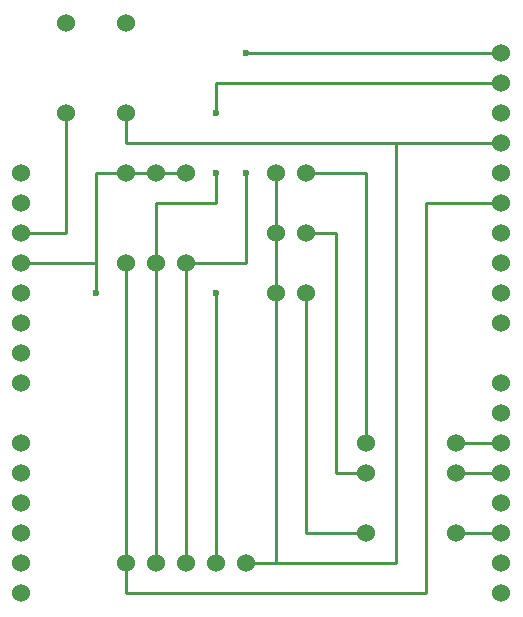
<source format=gbr>
G04 #@! TF.FileFunction,Copper,L2,Bot,Signal*
%FSLAX46Y46*%
G04 Gerber Fmt 4.6, Leading zero omitted, Abs format (unit mm)*
G04 Created by KiCad (PCBNEW 4.0.7) date 06/02/19 07:54:43*
%MOMM*%
%LPD*%
G01*
G04 APERTURE LIST*
%ADD10C,0.100000*%
%ADD11C,1.524000*%
%ADD12C,0.600000*%
%ADD13C,0.250000*%
G04 APERTURE END LIST*
D10*
D11*
X114300000Y-99060000D03*
X114300000Y-101600000D03*
X114300000Y-104140000D03*
X114300000Y-106680000D03*
X114300000Y-109220000D03*
X114300000Y-111760000D03*
X114300000Y-114300000D03*
X114300000Y-116840000D03*
X114300000Y-121920000D03*
X114300000Y-124460000D03*
X114300000Y-127000000D03*
X114300000Y-129540000D03*
X114300000Y-132080000D03*
X114300000Y-134620000D03*
X154940000Y-88900000D03*
X154940000Y-91440000D03*
X154940000Y-93980000D03*
X154940000Y-96520000D03*
X154940000Y-99060000D03*
X154940000Y-101600000D03*
X154940000Y-104140000D03*
X154940000Y-106680000D03*
X154940000Y-109220000D03*
X154940000Y-111760000D03*
X154940000Y-116840000D03*
X154940000Y-119380000D03*
X154940000Y-121920000D03*
X154940000Y-124460000D03*
X154940000Y-127000000D03*
X154940000Y-129540000D03*
X154940000Y-132080000D03*
X154940000Y-134620000D03*
X123190000Y-86360000D03*
X123190000Y-93980000D03*
X118110000Y-86360000D03*
X118110000Y-93980000D03*
X133350000Y-132080000D03*
X130810000Y-132080000D03*
X128270000Y-132080000D03*
X125730000Y-132080000D03*
X123190000Y-132080000D03*
X125730000Y-99060000D03*
X125730000Y-106680000D03*
X128270000Y-99060000D03*
X128270000Y-106680000D03*
X123190000Y-99060000D03*
X123190000Y-106680000D03*
X135890000Y-99060000D03*
X138430000Y-99060000D03*
X135890000Y-104140000D03*
X138430000Y-104140000D03*
X135890000Y-109220000D03*
X138430000Y-109220000D03*
X151130000Y-121920000D03*
X143510000Y-121920000D03*
X151130000Y-124460000D03*
X143510000Y-124460000D03*
X151130000Y-129540000D03*
X143510000Y-129540000D03*
D12*
X130810000Y-109220000D03*
X120650000Y-109220000D03*
X133350000Y-88900000D03*
X133350000Y-99060000D03*
X130810000Y-93980000D03*
X130810000Y-99060000D03*
D13*
X123190000Y-99060000D02*
X120650000Y-99060000D01*
X120650000Y-99060000D02*
X120650000Y-106680000D01*
X130810000Y-132080000D02*
X130810000Y-109220000D01*
X120650000Y-109220000D02*
X120650000Y-106680000D01*
X130810000Y-109220000D02*
X130810000Y-109220000D01*
X120650000Y-106680000D02*
X114300000Y-106680000D01*
X125730000Y-99060000D02*
X123190000Y-99060000D01*
X128270000Y-99060000D02*
X125730000Y-99060000D01*
X114300000Y-104140000D02*
X118110000Y-104140000D01*
X118110000Y-104140000D02*
X118110000Y-93980000D01*
X135890000Y-99060000D02*
X135890000Y-104140000D01*
X135890000Y-104140000D02*
X135890000Y-109220000D01*
X135890000Y-109220000D02*
X135890000Y-132080000D01*
X133350000Y-132080000D02*
X135890000Y-132080000D01*
X135890000Y-132080000D02*
X146050000Y-132080000D01*
X146050000Y-132080000D02*
X146050000Y-96520000D01*
X123190000Y-96520000D02*
X139700000Y-96520000D01*
X123190000Y-93980000D02*
X123190000Y-96520000D01*
X139700000Y-96520000D02*
X142240000Y-96520000D01*
X142240000Y-96520000D02*
X146050000Y-96520000D01*
X146050000Y-96520000D02*
X154940000Y-96520000D01*
X151130000Y-121920000D02*
X154940000Y-121920000D01*
X151130000Y-124460000D02*
X154940000Y-124460000D01*
X151130000Y-129540000D02*
X154940000Y-129540000D01*
X154940000Y-88900000D02*
X133350000Y-88900000D01*
X133350000Y-99060000D02*
X133350000Y-106680000D01*
X133350000Y-106680000D02*
X128270000Y-106680000D01*
X128270000Y-106680000D02*
X128270000Y-132080000D01*
X154940000Y-91440000D02*
X130810000Y-91440000D01*
X130810000Y-91440000D02*
X130810000Y-93980000D01*
X130810000Y-99060000D02*
X130810000Y-101600000D01*
X130810000Y-101600000D02*
X125730000Y-101600000D01*
X125730000Y-101600000D02*
X125730000Y-106680000D01*
X125730000Y-106680000D02*
X125730000Y-132080000D01*
X148590000Y-134620000D02*
X135890000Y-134620000D01*
X148590000Y-101600000D02*
X148590000Y-134620000D01*
X135890000Y-134620000D02*
X123190000Y-134620000D01*
X154940000Y-101600000D02*
X148590000Y-101600000D01*
X123190000Y-134620000D02*
X123190000Y-132080000D01*
X135890000Y-134620000D02*
X135890000Y-134620000D01*
X123190000Y-106680000D02*
X123190000Y-132080000D01*
X138430000Y-99060000D02*
X143510000Y-99060000D01*
X143510000Y-99060000D02*
X143510000Y-121920000D01*
X138430000Y-104140000D02*
X140970000Y-104140000D01*
X140970000Y-124460000D02*
X143510000Y-124460000D01*
X140970000Y-104140000D02*
X140970000Y-124460000D01*
X138430000Y-109220000D02*
X138430000Y-129540000D01*
X138430000Y-129540000D02*
X143510000Y-129540000D01*
M02*

</source>
